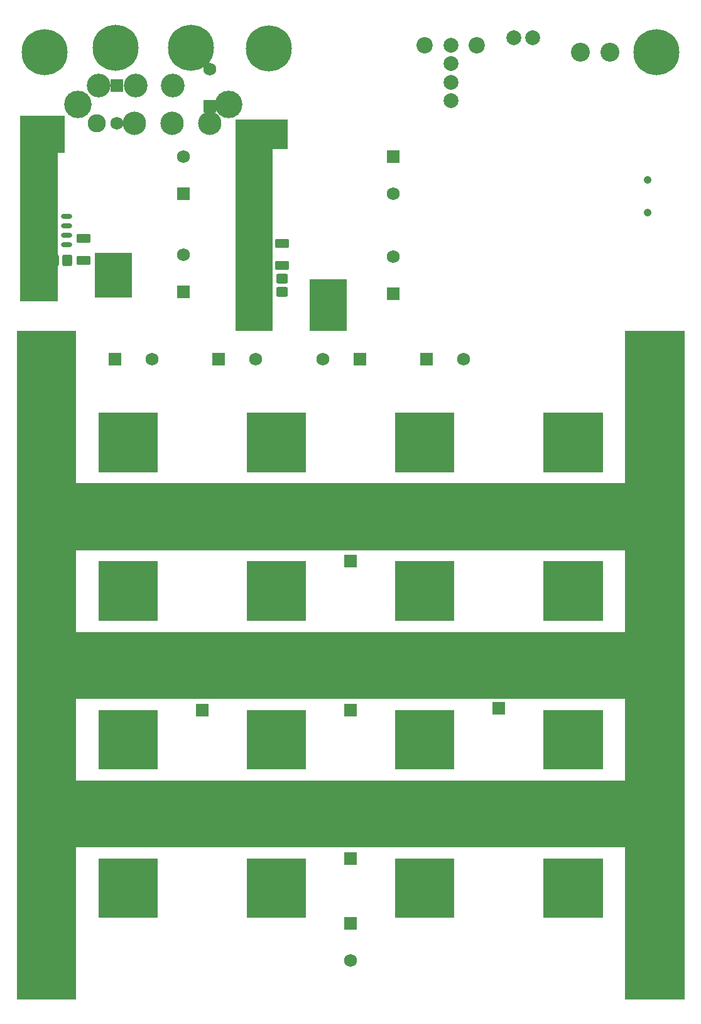
<source format=gbs>
%FSLAX44Y44*%
%MOMM*%
G71*
G01*
G75*
G04 Layer_Color=16711935*
G04:AMPARAMS|DCode=10|XSize=1mm|YSize=0.9mm|CornerRadius=0.198mm|HoleSize=0mm|Usage=FLASHONLY|Rotation=180.000|XOffset=0mm|YOffset=0mm|HoleType=Round|Shape=RoundedRectangle|*
%AMROUNDEDRECTD10*
21,1,1.0000,0.5040,0,0,180.0*
21,1,0.6040,0.9000,0,0,180.0*
1,1,0.3960,-0.3020,0.2520*
1,1,0.3960,0.3020,0.2520*
1,1,0.3960,0.3020,-0.2520*
1,1,0.3960,-0.3020,-0.2520*
%
%ADD10ROUNDEDRECTD10*%
G04:AMPARAMS|DCode=11|XSize=1mm|YSize=0.9mm|CornerRadius=0.198mm|HoleSize=0mm|Usage=FLASHONLY|Rotation=90.000|XOffset=0mm|YOffset=0mm|HoleType=Round|Shape=RoundedRectangle|*
%AMROUNDEDRECTD11*
21,1,1.0000,0.5040,0,0,90.0*
21,1,0.6040,0.9000,0,0,90.0*
1,1,0.3960,0.2520,0.3020*
1,1,0.3960,0.2520,-0.3020*
1,1,0.3960,-0.2520,-0.3020*
1,1,0.3960,-0.2520,0.3020*
%
%ADD11ROUNDEDRECTD11*%
G04:AMPARAMS|DCode=12|XSize=1mm|YSize=0.95mm|CornerRadius=0.1995mm|HoleSize=0mm|Usage=FLASHONLY|Rotation=90.000|XOffset=0mm|YOffset=0mm|HoleType=Round|Shape=RoundedRectangle|*
%AMROUNDEDRECTD12*
21,1,1.0000,0.5510,0,0,90.0*
21,1,0.6010,0.9500,0,0,90.0*
1,1,0.3990,0.2755,0.3005*
1,1,0.3990,0.2755,-0.3005*
1,1,0.3990,-0.2755,-0.3005*
1,1,0.3990,-0.2755,0.3005*
%
%ADD12ROUNDEDRECTD12*%
G04:AMPARAMS|DCode=13|XSize=1.45mm|YSize=1.15mm|CornerRadius=0.2013mm|HoleSize=0mm|Usage=FLASHONLY|Rotation=90.000|XOffset=0mm|YOffset=0mm|HoleType=Round|Shape=RoundedRectangle|*
%AMROUNDEDRECTD13*
21,1,1.4500,0.7475,0,0,90.0*
21,1,1.0475,1.1500,0,0,90.0*
1,1,0.4025,0.3738,0.5238*
1,1,0.4025,0.3738,-0.5238*
1,1,0.4025,-0.3738,-0.5238*
1,1,0.4025,-0.3738,0.5238*
%
%ADD13ROUNDEDRECTD13*%
G04:AMPARAMS|DCode=14|XSize=1.45mm|YSize=1.15mm|CornerRadius=0.2013mm|HoleSize=0mm|Usage=FLASHONLY|Rotation=180.000|XOffset=0mm|YOffset=0mm|HoleType=Round|Shape=RoundedRectangle|*
%AMROUNDEDRECTD14*
21,1,1.4500,0.7475,0,0,180.0*
21,1,1.0475,1.1500,0,0,180.0*
1,1,0.4025,-0.5238,0.3738*
1,1,0.4025,0.5238,0.3738*
1,1,0.4025,0.5238,-0.3738*
1,1,0.4025,-0.5238,-0.3738*
%
%ADD14ROUNDEDRECTD14*%
G04:AMPARAMS|DCode=15|XSize=6.4mm|YSize=10.5mm|CornerRadius=0.128mm|HoleSize=0mm|Usage=FLASHONLY|Rotation=90.000|XOffset=0mm|YOffset=0mm|HoleType=Round|Shape=RoundedRectangle|*
%AMROUNDEDRECTD15*
21,1,6.4000,10.2440,0,0,90.0*
21,1,6.1440,10.5000,0,0,90.0*
1,1,0.2560,5.1220,3.0720*
1,1,0.2560,5.1220,-3.0720*
1,1,0.2560,-5.1220,-3.0720*
1,1,0.2560,-5.1220,3.0720*
%
%ADD15ROUNDEDRECTD15*%
G04:AMPARAMS|DCode=16|XSize=3.95mm|YSize=1.5mm|CornerRadius=0.2475mm|HoleSize=0mm|Usage=FLASHONLY|Rotation=90.000|XOffset=0mm|YOffset=0mm|HoleType=Round|Shape=RoundedRectangle|*
%AMROUNDEDRECTD16*
21,1,3.9500,1.0050,0,0,90.0*
21,1,3.4550,1.5000,0,0,90.0*
1,1,0.4950,0.5025,1.7275*
1,1,0.4950,0.5025,-1.7275*
1,1,0.4950,-0.5025,-1.7275*
1,1,0.4950,-0.5025,1.7275*
%
%ADD16ROUNDEDRECTD16*%
G04:AMPARAMS|DCode=17|XSize=2.85mm|YSize=1mm|CornerRadius=0.2mm|HoleSize=0mm|Usage=FLASHONLY|Rotation=90.000|XOffset=0mm|YOffset=0mm|HoleType=Round|Shape=RoundedRectangle|*
%AMROUNDEDRECTD17*
21,1,2.8500,0.6000,0,0,90.0*
21,1,2.4500,1.0000,0,0,90.0*
1,1,0.4000,0.3000,1.2250*
1,1,0.4000,0.3000,-1.2250*
1,1,0.4000,-0.3000,-1.2250*
1,1,0.4000,-0.3000,1.2250*
%
%ADD17ROUNDEDRECTD17*%
G04:AMPARAMS|DCode=18|XSize=6.45mm|YSize=6mm|CornerRadius=0.21mm|HoleSize=0mm|Usage=FLASHONLY|Rotation=90.000|XOffset=0mm|YOffset=0mm|HoleType=Round|Shape=RoundedRectangle|*
%AMROUNDEDRECTD18*
21,1,6.4500,5.5800,0,0,90.0*
21,1,6.0300,6.0000,0,0,90.0*
1,1,0.4200,2.7900,3.0150*
1,1,0.4200,2.7900,-3.0150*
1,1,0.4200,-2.7900,-3.0150*
1,1,0.4200,-2.7900,3.0150*
%
%ADD18ROUNDEDRECTD18*%
%ADD19O,1.3500X0.5000*%
G04:AMPARAMS|DCode=20|XSize=3mm|YSize=1.65mm|CornerRadius=0.1073mm|HoleSize=0mm|Usage=FLASHONLY|Rotation=90.000|XOffset=0mm|YOffset=0mm|HoleType=Round|Shape=RoundedRectangle|*
%AMROUNDEDRECTD20*
21,1,3.0000,1.4355,0,0,90.0*
21,1,2.7855,1.6500,0,0,90.0*
1,1,0.2145,0.7178,1.3927*
1,1,0.2145,0.7178,-1.3927*
1,1,0.2145,-0.7178,-1.3927*
1,1,0.2145,-0.7178,1.3927*
%
%ADD20ROUNDEDRECTD20*%
G04:AMPARAMS|DCode=21|XSize=1mm|YSize=0.45mm|CornerRadius=0.1125mm|HoleSize=0mm|Usage=FLASHONLY|Rotation=0.000|XOffset=0mm|YOffset=0mm|HoleType=Round|Shape=RoundedRectangle|*
%AMROUNDEDRECTD21*
21,1,1.0000,0.2250,0,0,0.0*
21,1,0.7750,0.4500,0,0,0.0*
1,1,0.2250,0.3875,-0.1125*
1,1,0.2250,-0.3875,-0.1125*
1,1,0.2250,-0.3875,0.1125*
1,1,0.2250,0.3875,0.1125*
%
%ADD21ROUNDEDRECTD21*%
G04:AMPARAMS|DCode=22|XSize=0.7mm|YSize=0.25mm|CornerRadius=0.0838mm|HoleSize=0mm|Usage=FLASHONLY|Rotation=0.000|XOffset=0mm|YOffset=0mm|HoleType=Round|Shape=RoundedRectangle|*
%AMROUNDEDRECTD22*
21,1,0.7000,0.0825,0,0,0.0*
21,1,0.5325,0.2500,0,0,0.0*
1,1,0.1675,0.2662,-0.0413*
1,1,0.1675,-0.2662,-0.0413*
1,1,0.1675,-0.2662,0.0413*
1,1,0.1675,0.2662,0.0413*
%
%ADD22ROUNDEDRECTD22*%
G04:AMPARAMS|DCode=23|XSize=1.35mm|YSize=1.65mm|CornerRadius=0.27mm|HoleSize=0mm|Usage=FLASHONLY|Rotation=90.000|XOffset=0mm|YOffset=0mm|HoleType=Round|Shape=RoundedRectangle|*
%AMROUNDEDRECTD23*
21,1,1.3500,1.1100,0,0,90.0*
21,1,0.8100,1.6500,0,0,90.0*
1,1,0.5400,0.5550,0.4050*
1,1,0.5400,0.5550,-0.4050*
1,1,0.5400,-0.5550,-0.4050*
1,1,0.5400,-0.5550,0.4050*
%
%ADD23ROUNDEDRECTD23*%
G04:AMPARAMS|DCode=24|XSize=1.2mm|YSize=1.2mm|CornerRadius=0.198mm|HoleSize=0mm|Usage=FLASHONLY|Rotation=270.000|XOffset=0mm|YOffset=0mm|HoleType=Round|Shape=RoundedRectangle|*
%AMROUNDEDRECTD24*
21,1,1.2000,0.8040,0,0,270.0*
21,1,0.8040,1.2000,0,0,270.0*
1,1,0.3960,-0.4020,-0.4020*
1,1,0.3960,-0.4020,0.4020*
1,1,0.3960,0.4020,0.4020*
1,1,0.3960,0.4020,-0.4020*
%
%ADD24ROUNDEDRECTD24*%
G04:AMPARAMS|DCode=25|XSize=1.2mm|YSize=1.2mm|CornerRadius=0.198mm|HoleSize=0mm|Usage=FLASHONLY|Rotation=0.000|XOffset=0mm|YOffset=0mm|HoleType=Round|Shape=RoundedRectangle|*
%AMROUNDEDRECTD25*
21,1,1.2000,0.8040,0,0,0.0*
21,1,0.8040,1.2000,0,0,0.0*
1,1,0.3960,0.4020,-0.4020*
1,1,0.3960,-0.4020,-0.4020*
1,1,0.3960,-0.4020,0.4020*
1,1,0.3960,0.4020,0.4020*
%
%ADD25ROUNDEDRECTD25*%
G04:AMPARAMS|DCode=26|XSize=1.75mm|YSize=1.05mm|CornerRadius=0.1995mm|HoleSize=0mm|Usage=FLASHONLY|Rotation=270.000|XOffset=0mm|YOffset=0mm|HoleType=Round|Shape=RoundedRectangle|*
%AMROUNDEDRECTD26*
21,1,1.7500,0.6510,0,0,270.0*
21,1,1.3510,1.0500,0,0,270.0*
1,1,0.3990,-0.3255,-0.6755*
1,1,0.3990,-0.3255,0.6755*
1,1,0.3990,0.3255,0.6755*
1,1,0.3990,0.3255,-0.6755*
%
%ADD26ROUNDEDRECTD26*%
%ADD27O,0.5000X1.3500*%
G04:AMPARAMS|DCode=28|XSize=6.5mm|YSize=5mm|CornerRadius=0.25mm|HoleSize=0mm|Usage=FLASHONLY|Rotation=90.000|XOffset=0mm|YOffset=0mm|HoleType=Round|Shape=RoundedRectangle|*
%AMROUNDEDRECTD28*
21,1,6.5000,4.5000,0,0,90.0*
21,1,6.0000,5.0000,0,0,90.0*
1,1,0.5000,2.2500,3.0000*
1,1,0.5000,2.2500,-3.0000*
1,1,0.5000,-2.2500,-3.0000*
1,1,0.5000,-2.2500,3.0000*
%
%ADD28ROUNDEDRECTD28*%
G04:AMPARAMS|DCode=29|XSize=1.05mm|YSize=0.65mm|CornerRadius=0.2015mm|HoleSize=0mm|Usage=FLASHONLY|Rotation=180.000|XOffset=0mm|YOffset=0mm|HoleType=Round|Shape=RoundedRectangle|*
%AMROUNDEDRECTD29*
21,1,1.0500,0.2470,0,0,180.0*
21,1,0.6470,0.6500,0,0,180.0*
1,1,0.4030,-0.3235,0.1235*
1,1,0.4030,0.3235,0.1235*
1,1,0.4030,0.3235,-0.1235*
1,1,0.4030,-0.3235,-0.1235*
%
%ADD29ROUNDEDRECTD29*%
G04:AMPARAMS|DCode=30|XSize=1mm|YSize=0.95mm|CornerRadius=0.1995mm|HoleSize=0mm|Usage=FLASHONLY|Rotation=0.000|XOffset=0mm|YOffset=0mm|HoleType=Round|Shape=RoundedRectangle|*
%AMROUNDEDRECTD30*
21,1,1.0000,0.5510,0,0,0.0*
21,1,0.6010,0.9500,0,0,0.0*
1,1,0.3990,0.3005,-0.2755*
1,1,0.3990,-0.3005,-0.2755*
1,1,0.3990,-0.3005,0.2755*
1,1,0.3990,0.3005,0.2755*
%
%ADD30ROUNDEDRECTD30*%
%ADD31C,0.4000*%
%ADD32C,0.0500*%
G04:AMPARAMS|DCode=33|XSize=2.3mm|YSize=0.5mm|CornerRadius=0.2mm|HoleSize=0mm|Usage=FLASHONLY|Rotation=180.000|XOffset=0mm|YOffset=0mm|HoleType=Round|Shape=RoundedRectangle|*
%AMROUNDEDRECTD33*
21,1,2.3000,0.1000,0,0,180.0*
21,1,1.9000,0.5000,0,0,180.0*
1,1,0.4000,-0.9500,0.0500*
1,1,0.4000,0.9500,0.0500*
1,1,0.4000,0.9500,-0.0500*
1,1,0.4000,-0.9500,-0.0500*
%
%ADD33ROUNDEDRECTD33*%
G04:AMPARAMS|DCode=34|XSize=2.5mm|YSize=2mm|CornerRadius=0.2mm|HoleSize=0mm|Usage=FLASHONLY|Rotation=180.000|XOffset=0mm|YOffset=0mm|HoleType=Round|Shape=RoundedRectangle|*
%AMROUNDEDRECTD34*
21,1,2.5000,1.6000,0,0,180.0*
21,1,2.1000,2.0000,0,0,180.0*
1,1,0.4000,-1.0500,0.8000*
1,1,0.4000,1.0500,0.8000*
1,1,0.4000,1.0500,-0.8000*
1,1,0.4000,-1.0500,-0.8000*
%
%ADD34ROUNDEDRECTD34*%
G04:AMPARAMS|DCode=35|XSize=1.1mm|YSize=0.6mm|CornerRadius=0.201mm|HoleSize=0mm|Usage=FLASHONLY|Rotation=270.000|XOffset=0mm|YOffset=0mm|HoleType=Round|Shape=RoundedRectangle|*
%AMROUNDEDRECTD35*
21,1,1.1000,0.1980,0,0,270.0*
21,1,0.6980,0.6000,0,0,270.0*
1,1,0.4020,-0.0990,-0.3490*
1,1,0.4020,-0.0990,0.3490*
1,1,0.4020,0.0990,0.3490*
1,1,0.4020,0.0990,-0.3490*
%
%ADD35ROUNDEDRECTD35*%
%ADD36C,1.0000*%
%ADD37O,0.3000X1.5000*%
%ADD38O,1.5000X0.3000*%
G04:AMPARAMS|DCode=39|XSize=4.9mm|YSize=1.6mm|CornerRadius=0.2mm|HoleSize=0mm|Usage=FLASHONLY|Rotation=180.000|XOffset=0mm|YOffset=0mm|HoleType=Round|Shape=RoundedRectangle|*
%AMROUNDEDRECTD39*
21,1,4.9000,1.2000,0,0,180.0*
21,1,4.5000,1.6000,0,0,180.0*
1,1,0.4000,-2.2500,0.6000*
1,1,0.4000,2.2500,0.6000*
1,1,0.4000,2.2500,-0.6000*
1,1,0.4000,-2.2500,-0.6000*
%
%ADD39ROUNDEDRECTD39*%
%ADD40R,1.3000X1.3000*%
%ADD41C,1.3000*%
%ADD42O,1.5500X0.6000*%
G04:AMPARAMS|DCode=43|XSize=1.75mm|YSize=1.05mm|CornerRadius=0.1995mm|HoleSize=0mm|Usage=FLASHONLY|Rotation=0.000|XOffset=0mm|YOffset=0mm|HoleType=Round|Shape=RoundedRectangle|*
%AMROUNDEDRECTD43*
21,1,1.7500,0.6510,0,0,0.0*
21,1,1.3510,1.0500,0,0,0.0*
1,1,0.3990,0.6755,-0.3255*
1,1,0.3990,-0.6755,-0.3255*
1,1,0.3990,-0.6755,0.3255*
1,1,0.3990,0.6755,0.3255*
%
%ADD43ROUNDEDRECTD43*%
%ADD44C,0.6000*%
%ADD45O,0.6000X1.5500*%
%ADD46C,0.2500*%
%ADD47C,0.6000*%
%ADD48C,0.5000*%
%ADD49C,0.5500*%
%ADD50C,0.4000*%
%ADD51C,0.4500*%
%ADD52C,0.8000*%
%ADD53C,1.0000*%
%ADD54C,0.2540*%
%ADD55C,1.6000*%
%ADD56R,1.6000X1.6000*%
%ADD57C,6.0000*%
%ADD58C,2.3000*%
%ADD59C,3.0000*%
%ADD60C,3.5000*%
%ADD61C,1.8500*%
%ADD62C,2.4000*%
%ADD63C,0.5000*%
%ADD64C,2.0000*%
%ADD65R,1.6000X1.6000*%
%ADD66C,0.3000*%
%ADD67C,2.0000*%
%ADD68C,1.8000*%
%ADD69C,0.7000*%
%ADD70C,0.0000*%
G04:AMPARAMS|DCode=71|XSize=1.15mm|YSize=1.05mm|CornerRadius=0.273mm|HoleSize=0mm|Usage=FLASHONLY|Rotation=180.000|XOffset=0mm|YOffset=0mm|HoleType=Round|Shape=RoundedRectangle|*
%AMROUNDEDRECTD71*
21,1,1.1500,0.5040,0,0,180.0*
21,1,0.6040,1.0500,0,0,180.0*
1,1,0.5460,-0.3020,0.2520*
1,1,0.5460,0.3020,0.2520*
1,1,0.5460,0.3020,-0.2520*
1,1,0.5460,-0.3020,-0.2520*
%
%ADD71ROUNDEDRECTD71*%
G04:AMPARAMS|DCode=72|XSize=1.15mm|YSize=1.05mm|CornerRadius=0.273mm|HoleSize=0mm|Usage=FLASHONLY|Rotation=90.000|XOffset=0mm|YOffset=0mm|HoleType=Round|Shape=RoundedRectangle|*
%AMROUNDEDRECTD72*
21,1,1.1500,0.5040,0,0,90.0*
21,1,0.6040,1.0500,0,0,90.0*
1,1,0.5460,0.2520,0.3020*
1,1,0.5460,0.2520,-0.3020*
1,1,0.5460,-0.2520,-0.3020*
1,1,0.5460,-0.2520,0.3020*
%
%ADD72ROUNDEDRECTD72*%
G04:AMPARAMS|DCode=73|XSize=1.15mm|YSize=1.1mm|CornerRadius=0.2745mm|HoleSize=0mm|Usage=FLASHONLY|Rotation=90.000|XOffset=0mm|YOffset=0mm|HoleType=Round|Shape=RoundedRectangle|*
%AMROUNDEDRECTD73*
21,1,1.1500,0.5510,0,0,90.0*
21,1,0.6010,1.1000,0,0,90.0*
1,1,0.5490,0.2755,0.3005*
1,1,0.5490,0.2755,-0.3005*
1,1,0.5490,-0.2755,-0.3005*
1,1,0.5490,-0.2755,0.3005*
%
%ADD73ROUNDEDRECTD73*%
G04:AMPARAMS|DCode=74|XSize=1.6mm|YSize=1.3mm|CornerRadius=0.2763mm|HoleSize=0mm|Usage=FLASHONLY|Rotation=90.000|XOffset=0mm|YOffset=0mm|HoleType=Round|Shape=RoundedRectangle|*
%AMROUNDEDRECTD74*
21,1,1.6000,0.7475,0,0,90.0*
21,1,1.0475,1.3000,0,0,90.0*
1,1,0.5525,0.3738,0.5238*
1,1,0.5525,0.3738,-0.5238*
1,1,0.5525,-0.3738,-0.5238*
1,1,0.5525,-0.3738,0.5238*
%
%ADD74ROUNDEDRECTD74*%
G04:AMPARAMS|DCode=75|XSize=1.6mm|YSize=1.3mm|CornerRadius=0.2763mm|HoleSize=0mm|Usage=FLASHONLY|Rotation=180.000|XOffset=0mm|YOffset=0mm|HoleType=Round|Shape=RoundedRectangle|*
%AMROUNDEDRECTD75*
21,1,1.6000,0.7475,0,0,180.0*
21,1,1.0475,1.3000,0,0,180.0*
1,1,0.5525,-0.5238,0.3738*
1,1,0.5525,0.5238,0.3738*
1,1,0.5525,0.5238,-0.3738*
1,1,0.5525,-0.5238,-0.3738*
%
%ADD75ROUNDEDRECTD75*%
G04:AMPARAMS|DCode=76|XSize=6.55mm|YSize=10.65mm|CornerRadius=0.203mm|HoleSize=0mm|Usage=FLASHONLY|Rotation=90.000|XOffset=0mm|YOffset=0mm|HoleType=Round|Shape=RoundedRectangle|*
%AMROUNDEDRECTD76*
21,1,6.5500,10.2440,0,0,90.0*
21,1,6.1440,10.6500,0,0,90.0*
1,1,0.4060,5.1220,3.0720*
1,1,0.4060,5.1220,-3.0720*
1,1,0.4060,-5.1220,-3.0720*
1,1,0.4060,-5.1220,3.0720*
%
%ADD76ROUNDEDRECTD76*%
G04:AMPARAMS|DCode=77|XSize=4.1mm|YSize=1.65mm|CornerRadius=0.3225mm|HoleSize=0mm|Usage=FLASHONLY|Rotation=90.000|XOffset=0mm|YOffset=0mm|HoleType=Round|Shape=RoundedRectangle|*
%AMROUNDEDRECTD77*
21,1,4.1000,1.0050,0,0,90.0*
21,1,3.4550,1.6500,0,0,90.0*
1,1,0.6450,0.5025,1.7275*
1,1,0.6450,0.5025,-1.7275*
1,1,0.6450,-0.5025,-1.7275*
1,1,0.6450,-0.5025,1.7275*
%
%ADD77ROUNDEDRECTD77*%
G04:AMPARAMS|DCode=78|XSize=3mm|YSize=1.15mm|CornerRadius=0.275mm|HoleSize=0mm|Usage=FLASHONLY|Rotation=90.000|XOffset=0mm|YOffset=0mm|HoleType=Round|Shape=RoundedRectangle|*
%AMROUNDEDRECTD78*
21,1,3.0000,0.6000,0,0,90.0*
21,1,2.4500,1.1500,0,0,90.0*
1,1,0.5500,0.3000,1.2250*
1,1,0.5500,0.3000,-1.2250*
1,1,0.5500,-0.3000,-1.2250*
1,1,0.5500,-0.3000,1.2250*
%
%ADD78ROUNDEDRECTD78*%
G04:AMPARAMS|DCode=79|XSize=6.6mm|YSize=6.15mm|CornerRadius=0.285mm|HoleSize=0mm|Usage=FLASHONLY|Rotation=90.000|XOffset=0mm|YOffset=0mm|HoleType=Round|Shape=RoundedRectangle|*
%AMROUNDEDRECTD79*
21,1,6.6000,5.5800,0,0,90.0*
21,1,6.0300,6.1500,0,0,90.0*
1,1,0.5700,2.7900,3.0150*
1,1,0.5700,2.7900,-3.0150*
1,1,0.5700,-2.7900,-3.0150*
1,1,0.5700,-2.7900,3.0150*
%
%ADD79ROUNDEDRECTD79*%
%ADD80O,1.5000X0.6500*%
G04:AMPARAMS|DCode=81|XSize=3.15mm|YSize=1.8mm|CornerRadius=0.1823mm|HoleSize=0mm|Usage=FLASHONLY|Rotation=90.000|XOffset=0mm|YOffset=0mm|HoleType=Round|Shape=RoundedRectangle|*
%AMROUNDEDRECTD81*
21,1,3.1500,1.4355,0,0,90.0*
21,1,2.7855,1.8000,0,0,90.0*
1,1,0.3645,0.7178,1.3927*
1,1,0.3645,0.7178,-1.3927*
1,1,0.3645,-0.7178,-1.3927*
1,1,0.3645,-0.7178,1.3927*
%
%ADD81ROUNDEDRECTD81*%
G04:AMPARAMS|DCode=82|XSize=1.1mm|YSize=0.55mm|CornerRadius=0.1625mm|HoleSize=0mm|Usage=FLASHONLY|Rotation=0.000|XOffset=0mm|YOffset=0mm|HoleType=Round|Shape=RoundedRectangle|*
%AMROUNDEDRECTD82*
21,1,1.1000,0.2250,0,0,0.0*
21,1,0.7750,0.5500,0,0,0.0*
1,1,0.3250,0.3875,-0.1125*
1,1,0.3250,-0.3875,-0.1125*
1,1,0.3250,-0.3875,0.1125*
1,1,0.3250,0.3875,0.1125*
%
%ADD82ROUNDEDRECTD82*%
G04:AMPARAMS|DCode=83|XSize=0.8mm|YSize=0.35mm|CornerRadius=0.1338mm|HoleSize=0mm|Usage=FLASHONLY|Rotation=0.000|XOffset=0mm|YOffset=0mm|HoleType=Round|Shape=RoundedRectangle|*
%AMROUNDEDRECTD83*
21,1,0.8000,0.0825,0,0,0.0*
21,1,0.5325,0.3500,0,0,0.0*
1,1,0.2675,0.2662,-0.0413*
1,1,0.2675,-0.2662,-0.0413*
1,1,0.2675,-0.2662,0.0413*
1,1,0.2675,0.2662,0.0413*
%
%ADD83ROUNDEDRECTD83*%
G04:AMPARAMS|DCode=84|XSize=1.5mm|YSize=1.8mm|CornerRadius=0.345mm|HoleSize=0mm|Usage=FLASHONLY|Rotation=90.000|XOffset=0mm|YOffset=0mm|HoleType=Round|Shape=RoundedRectangle|*
%AMROUNDEDRECTD84*
21,1,1.5000,1.1100,0,0,90.0*
21,1,0.8100,1.8000,0,0,90.0*
1,1,0.6900,0.5550,0.4050*
1,1,0.6900,0.5550,-0.4050*
1,1,0.6900,-0.5550,-0.4050*
1,1,0.6900,-0.5550,0.4050*
%
%ADD84ROUNDEDRECTD84*%
G04:AMPARAMS|DCode=85|XSize=1.35mm|YSize=1.35mm|CornerRadius=0.273mm|HoleSize=0mm|Usage=FLASHONLY|Rotation=270.000|XOffset=0mm|YOffset=0mm|HoleType=Round|Shape=RoundedRectangle|*
%AMROUNDEDRECTD85*
21,1,1.3500,0.8040,0,0,270.0*
21,1,0.8040,1.3500,0,0,270.0*
1,1,0.5460,-0.4020,-0.4020*
1,1,0.5460,-0.4020,0.4020*
1,1,0.5460,0.4020,0.4020*
1,1,0.5460,0.4020,-0.4020*
%
%ADD85ROUNDEDRECTD85*%
G04:AMPARAMS|DCode=86|XSize=1.35mm|YSize=1.35mm|CornerRadius=0.273mm|HoleSize=0mm|Usage=FLASHONLY|Rotation=0.000|XOffset=0mm|YOffset=0mm|HoleType=Round|Shape=RoundedRectangle|*
%AMROUNDEDRECTD86*
21,1,1.3500,0.8040,0,0,0.0*
21,1,0.8040,1.3500,0,0,0.0*
1,1,0.5460,0.4020,-0.4020*
1,1,0.5460,-0.4020,-0.4020*
1,1,0.5460,-0.4020,0.4020*
1,1,0.5460,0.4020,0.4020*
%
%ADD86ROUNDEDRECTD86*%
G04:AMPARAMS|DCode=87|XSize=1.9mm|YSize=1.2mm|CornerRadius=0.2745mm|HoleSize=0mm|Usage=FLASHONLY|Rotation=270.000|XOffset=0mm|YOffset=0mm|HoleType=Round|Shape=RoundedRectangle|*
%AMROUNDEDRECTD87*
21,1,1.9000,0.6510,0,0,270.0*
21,1,1.3510,1.2000,0,0,270.0*
1,1,0.5490,-0.3255,-0.6755*
1,1,0.5490,-0.3255,0.6755*
1,1,0.5490,0.3255,0.6755*
1,1,0.5490,0.3255,-0.6755*
%
%ADD87ROUNDEDRECTD87*%
%ADD88O,0.6500X1.5000*%
G04:AMPARAMS|DCode=89|XSize=6.65mm|YSize=5.15mm|CornerRadius=0.325mm|HoleSize=0mm|Usage=FLASHONLY|Rotation=90.000|XOffset=0mm|YOffset=0mm|HoleType=Round|Shape=RoundedRectangle|*
%AMROUNDEDRECTD89*
21,1,6.6500,4.5000,0,0,90.0*
21,1,6.0000,5.1500,0,0,90.0*
1,1,0.6500,2.2500,3.0000*
1,1,0.6500,2.2500,-3.0000*
1,1,0.6500,-2.2500,-3.0000*
1,1,0.6500,-2.2500,3.0000*
%
%ADD89ROUNDEDRECTD89*%
G04:AMPARAMS|DCode=90|XSize=1.2mm|YSize=0.8mm|CornerRadius=0.2765mm|HoleSize=0mm|Usage=FLASHONLY|Rotation=180.000|XOffset=0mm|YOffset=0mm|HoleType=Round|Shape=RoundedRectangle|*
%AMROUNDEDRECTD90*
21,1,1.2000,0.2470,0,0,180.0*
21,1,0.6470,0.8000,0,0,180.0*
1,1,0.5530,-0.3235,0.1235*
1,1,0.5530,0.3235,0.1235*
1,1,0.5530,0.3235,-0.1235*
1,1,0.5530,-0.3235,-0.1235*
%
%ADD90ROUNDEDRECTD90*%
G04:AMPARAMS|DCode=91|XSize=1.15mm|YSize=1.1mm|CornerRadius=0.2745mm|HoleSize=0mm|Usage=FLASHONLY|Rotation=0.000|XOffset=0mm|YOffset=0mm|HoleType=Round|Shape=RoundedRectangle|*
%AMROUNDEDRECTD91*
21,1,1.1500,0.5510,0,0,0.0*
21,1,0.6010,1.1000,0,0,0.0*
1,1,0.5490,0.3005,-0.2755*
1,1,0.5490,-0.3005,-0.2755*
1,1,0.5490,-0.3005,0.2755*
1,1,0.5490,0.3005,0.2755*
%
%ADD91ROUNDEDRECTD91*%
%ADD92C,0.2500*%
G04:AMPARAMS|DCode=93|XSize=2.45mm|YSize=0.65mm|CornerRadius=0.275mm|HoleSize=0mm|Usage=FLASHONLY|Rotation=180.000|XOffset=0mm|YOffset=0mm|HoleType=Round|Shape=RoundedRectangle|*
%AMROUNDEDRECTD93*
21,1,2.4500,0.1000,0,0,180.0*
21,1,1.9000,0.6500,0,0,180.0*
1,1,0.5500,-0.9500,0.0500*
1,1,0.5500,0.9500,0.0500*
1,1,0.5500,0.9500,-0.0500*
1,1,0.5500,-0.9500,-0.0500*
%
%ADD93ROUNDEDRECTD93*%
G04:AMPARAMS|DCode=94|XSize=2.65mm|YSize=2.15mm|CornerRadius=0.275mm|HoleSize=0mm|Usage=FLASHONLY|Rotation=180.000|XOffset=0mm|YOffset=0mm|HoleType=Round|Shape=RoundedRectangle|*
%AMROUNDEDRECTD94*
21,1,2.6500,1.6000,0,0,180.0*
21,1,2.1000,2.1500,0,0,180.0*
1,1,0.5500,-1.0500,0.8000*
1,1,0.5500,1.0500,0.8000*
1,1,0.5500,1.0500,-0.8000*
1,1,0.5500,-1.0500,-0.8000*
%
%ADD94ROUNDEDRECTD94*%
G04:AMPARAMS|DCode=95|XSize=1.25mm|YSize=0.75mm|CornerRadius=0.276mm|HoleSize=0mm|Usage=FLASHONLY|Rotation=270.000|XOffset=0mm|YOffset=0mm|HoleType=Round|Shape=RoundedRectangle|*
%AMROUNDEDRECTD95*
21,1,1.2500,0.1980,0,0,270.0*
21,1,0.6980,0.7500,0,0,270.0*
1,1,0.5520,-0.0990,-0.3490*
1,1,0.5520,-0.0990,0.3490*
1,1,0.5520,0.0990,0.3490*
1,1,0.5520,0.0990,-0.3490*
%
%ADD95ROUNDEDRECTD95*%
%ADD96C,2.0000*%
%ADD97O,0.4000X1.6000*%
%ADD98O,1.6000X0.4000*%
G04:AMPARAMS|DCode=99|XSize=5.05mm|YSize=1.75mm|CornerRadius=0.275mm|HoleSize=0mm|Usage=FLASHONLY|Rotation=180.000|XOffset=0mm|YOffset=0mm|HoleType=Round|Shape=RoundedRectangle|*
%AMROUNDEDRECTD99*
21,1,5.0500,1.2000,0,0,180.0*
21,1,4.5000,1.7500,0,0,180.0*
1,1,0.5500,-2.2500,0.6000*
1,1,0.5500,2.2500,0.6000*
1,1,0.5500,2.2500,-0.6000*
1,1,0.5500,-2.2500,-0.6000*
%
%ADD99ROUNDEDRECTD99*%
%ADD100R,1.5000X1.5000*%
%ADD101C,1.5000*%
%ADD102O,1.7000X0.7500*%
G04:AMPARAMS|DCode=103|XSize=1.9mm|YSize=1.2mm|CornerRadius=0.2745mm|HoleSize=0mm|Usage=FLASHONLY|Rotation=0.000|XOffset=0mm|YOffset=0mm|HoleType=Round|Shape=RoundedRectangle|*
%AMROUNDEDRECTD103*
21,1,1.9000,0.6510,0,0,0.0*
21,1,1.3510,1.2000,0,0,0.0*
1,1,0.5490,0.6755,-0.3255*
1,1,0.5490,-0.6755,-0.3255*
1,1,0.5490,-0.6755,0.3255*
1,1,0.5490,0.6755,0.3255*
%
%ADD103ROUNDEDRECTD103*%
%ADD104C,0.8000*%
%ADD105O,0.7500X1.7000*%
%ADD106C,1.7500*%
%ADD107R,1.7500X1.7500*%
%ADD108C,6.2000*%
%ADD109C,2.4500*%
%ADD110C,3.1500*%
%ADD111C,3.7000*%
%ADD112C,2.5500*%
%ADD113C,1.0500*%
%ADD114C,2.2000*%
%ADD115C,3.2000*%
%ADD116R,1.7500X1.7500*%
G36*
X540000Y360000D02*
X460000D01*
Y440000D01*
X540000D01*
Y360000D01*
D02*
G37*
G36*
X1250000Y250000D02*
X1170000D01*
Y455000D01*
X430000D01*
Y250000D01*
X350000D01*
Y455000D01*
Y545000D01*
Y655000D01*
Y745000D01*
Y855000D01*
Y945000D01*
Y1150000D01*
X430000D01*
Y945000D01*
X1170000D01*
Y1150000D01*
X1250000D01*
Y250000D01*
D02*
G37*
G36*
X540000Y960000D02*
X460000D01*
Y1040000D01*
X540000D01*
Y960000D01*
D02*
G37*
G36*
X1140000Y360000D02*
X1060000D01*
Y440000D01*
X1140000D01*
Y360000D01*
D02*
G37*
G36*
X940000D02*
X860000D01*
Y440000D01*
X940000D01*
Y360000D01*
D02*
G37*
G36*
X740000D02*
X660000D01*
Y440000D01*
X740000D01*
Y360000D01*
D02*
G37*
G36*
Y960000D02*
X660000D01*
Y1040000D01*
X740000D01*
Y960000D01*
D02*
G37*
G36*
X795000Y1150000D02*
X745000D01*
X745000Y1220000D01*
X795000D01*
X795000Y1150000D01*
D02*
G37*
G36*
X415000Y1390000D02*
X405000D01*
Y1190000D01*
X355000D01*
Y1390000D01*
Y1440000D01*
X415000D01*
Y1390000D01*
D02*
G37*
G36*
X505000Y1195000D02*
X455000D01*
Y1255000D01*
X505000D01*
Y1195000D01*
D02*
G37*
G36*
X940000Y960000D02*
X860000D01*
Y1040000D01*
X940000D01*
Y960000D01*
D02*
G37*
G36*
X1140000D02*
X1060000D01*
Y1040000D01*
X1140000D01*
Y960000D01*
D02*
G37*
G36*
X715000Y1395000D02*
X695000D01*
X695000Y1350000D01*
Y1150000D01*
X645000D01*
Y1350000D01*
Y1395000D01*
Y1435000D01*
X715000D01*
Y1395000D01*
D02*
G37*
%LPC*%
G36*
X1170000Y655000D02*
X430000D01*
Y545000D01*
X1170000D01*
Y655000D01*
D02*
G37*
G36*
Y855000D02*
X430000D01*
Y745000D01*
X1170000D01*
Y855000D01*
D02*
G37*
%LPD*%
G36*
X540000Y560000D02*
X460000D01*
Y640000D01*
X540000D01*
Y560000D01*
D02*
G37*
G36*
X740000D02*
X660000D01*
Y640000D01*
X740000D01*
Y560000D01*
D02*
G37*
G36*
Y760000D02*
X660000D01*
Y840000D01*
X740000D01*
Y760000D01*
D02*
G37*
G36*
X940000D02*
X860000D01*
Y840000D01*
X940000D01*
Y760000D01*
D02*
G37*
G36*
X1140000D02*
X1060000D01*
Y840000D01*
X1140000D01*
Y760000D01*
D02*
G37*
G36*
X940000Y560000D02*
X860000D01*
Y640000D01*
X940000D01*
Y560000D01*
D02*
G37*
G36*
X1140000D02*
X1060000D01*
Y640000D01*
X1140000D01*
Y560000D01*
D02*
G37*
G36*
X540000Y760000D02*
X460000D01*
Y840000D01*
X540000D01*
Y760000D01*
D02*
G37*
D64*
X935000Y1460000D02*
D03*
Y1485000D02*
D03*
Y1510000D02*
D03*
Y1535000D02*
D03*
X1045400Y1545000D02*
D03*
X1020000D02*
D03*
D74*
X417999Y1244999D02*
D03*
X399999D02*
D03*
D75*
X707500Y1220750D02*
D03*
Y1202750D02*
D03*
D80*
X417499Y1304049D02*
D03*
Y1291349D02*
D03*
Y1278649D02*
D03*
Y1265949D02*
D03*
X362499D02*
D03*
Y1278649D02*
D03*
Y1291349D02*
D03*
Y1304049D02*
D03*
D103*
X707500Y1238000D02*
D03*
Y1268000D02*
D03*
X440000Y1245000D02*
D03*
Y1275000D02*
D03*
D104*
X718655Y418750D02*
D03*
X704000Y403706D02*
D03*
X711345Y396250D02*
D03*
X718801Y403655D02*
D03*
X718853Y396199D02*
D03*
X718801Y411147D02*
D03*
X711294Y403706D02*
D03*
Y411199D02*
D03*
X711147Y418801D02*
D03*
X704000Y411199D02*
D03*
X703853Y418801D02*
D03*
X688801Y403706D02*
D03*
X696294D02*
D03*
Y411199D02*
D03*
X696147Y418801D02*
D03*
X688801Y411199D02*
D03*
X681294Y403706D02*
D03*
X688655Y418801D02*
D03*
X681294Y411199D02*
D03*
X481345Y381250D02*
D03*
X481199Y388853D02*
D03*
Y396345D02*
D03*
X481147Y403801D02*
D03*
X481199Y411345D02*
D03*
X481147Y418853D02*
D03*
X488655Y418801D02*
D03*
X488706Y411294D02*
D03*
X488655Y403750D02*
D03*
X488706Y396294D02*
D03*
Y388801D02*
D03*
X488853Y381199D02*
D03*
X495949Y418801D02*
D03*
X496000Y411294D02*
D03*
X495949Y403750D02*
D03*
X496000Y396294D02*
D03*
Y388801D02*
D03*
X496147Y381199D02*
D03*
X503655Y418801D02*
D03*
X503706Y411294D02*
D03*
X503655Y403750D02*
D03*
X503706Y396294D02*
D03*
Y388801D02*
D03*
X503853Y381199D02*
D03*
X511147Y418801D02*
D03*
X511199Y411294D02*
D03*
X511147Y403750D02*
D03*
X511199Y396294D02*
D03*
Y388801D02*
D03*
X511345Y381199D02*
D03*
X518655Y418801D02*
D03*
X518706Y411294D02*
D03*
X518655Y403750D02*
D03*
X518706Y396294D02*
D03*
Y388801D02*
D03*
X518853Y381199D02*
D03*
Y581199D02*
D03*
X518706Y588801D02*
D03*
Y596294D02*
D03*
X518655Y603750D02*
D03*
X518706Y611294D02*
D03*
X518655Y618801D02*
D03*
X511345Y581199D02*
D03*
X511199Y588801D02*
D03*
Y596294D02*
D03*
X511147Y603750D02*
D03*
X511199Y611294D02*
D03*
X511147Y618801D02*
D03*
X503853Y581199D02*
D03*
X503706Y588801D02*
D03*
Y596294D02*
D03*
X503655Y603750D02*
D03*
X503706Y611294D02*
D03*
X503655Y618801D02*
D03*
X496147Y581199D02*
D03*
X496000Y588801D02*
D03*
Y596294D02*
D03*
X495949Y603750D02*
D03*
X496000Y611294D02*
D03*
X495949Y618801D02*
D03*
X488853Y581199D02*
D03*
X488706Y588801D02*
D03*
Y596294D02*
D03*
X488655Y603750D02*
D03*
X488706Y611294D02*
D03*
X488655Y618801D02*
D03*
X481147Y618853D02*
D03*
X481199Y611345D02*
D03*
X481147Y603801D02*
D03*
X481199Y596345D02*
D03*
Y588853D02*
D03*
X481345Y581250D02*
D03*
Y781250D02*
D03*
X481199Y788853D02*
D03*
Y796345D02*
D03*
X481147Y803801D02*
D03*
X481199Y811345D02*
D03*
X481147Y818853D02*
D03*
X488655Y818801D02*
D03*
X488706Y811294D02*
D03*
X488655Y803750D02*
D03*
X488706Y796294D02*
D03*
Y788801D02*
D03*
X488853Y781199D02*
D03*
X495949Y818801D02*
D03*
X496000Y811294D02*
D03*
X495949Y803750D02*
D03*
X496000Y796294D02*
D03*
Y788801D02*
D03*
X496147Y781199D02*
D03*
X503655Y818801D02*
D03*
X503706Y811294D02*
D03*
X503655Y803750D02*
D03*
X503706Y796294D02*
D03*
Y788801D02*
D03*
X503853Y781199D02*
D03*
X511147Y818801D02*
D03*
X511199Y811294D02*
D03*
X511147Y803750D02*
D03*
X511199Y796294D02*
D03*
Y788801D02*
D03*
X511345Y781199D02*
D03*
X518655Y818801D02*
D03*
X518706Y811294D02*
D03*
X518655Y803750D02*
D03*
X518706Y796294D02*
D03*
Y788801D02*
D03*
X518853Y781199D02*
D03*
X1081147Y618801D02*
D03*
X1081294Y611199D02*
D03*
Y603706D02*
D03*
X1081345Y596250D02*
D03*
X1081294Y588706D02*
D03*
X1081345Y581199D02*
D03*
X1088655Y618801D02*
D03*
X1088801Y611199D02*
D03*
Y603706D02*
D03*
X1088853Y596250D02*
D03*
X1088801Y588706D02*
D03*
X1088853Y581199D02*
D03*
X1096147Y618801D02*
D03*
X1096294Y611199D02*
D03*
Y603706D02*
D03*
X1096345Y596250D02*
D03*
X1096294Y588706D02*
D03*
X1096345Y581199D02*
D03*
X1103853Y618801D02*
D03*
X1104000Y611199D02*
D03*
Y603706D02*
D03*
X1104051Y596250D02*
D03*
X1104000Y588706D02*
D03*
X1104051Y581199D02*
D03*
X1111147Y618801D02*
D03*
X1111294Y611199D02*
D03*
Y603706D02*
D03*
X1111345Y596250D02*
D03*
X1111294Y588706D02*
D03*
X1111345Y581199D02*
D03*
X1118853Y581147D02*
D03*
X1118801Y588655D02*
D03*
X1118853Y596199D02*
D03*
X1118801Y603655D02*
D03*
Y611147D02*
D03*
X1118655Y618750D02*
D03*
Y818750D02*
D03*
X1118801Y811147D02*
D03*
Y803655D02*
D03*
X1118853Y796199D02*
D03*
X1118801Y788655D02*
D03*
X1118853Y781147D02*
D03*
X1111345Y781199D02*
D03*
X1111294Y788706D02*
D03*
X1111345Y796250D02*
D03*
X1111294Y803706D02*
D03*
Y811199D02*
D03*
X1111147Y818801D02*
D03*
X1104051Y781199D02*
D03*
X1104000Y788706D02*
D03*
X1104051Y796250D02*
D03*
X1104000Y803706D02*
D03*
Y811199D02*
D03*
X1103853Y818801D02*
D03*
X1096345Y781199D02*
D03*
X1096294Y788706D02*
D03*
X1096345Y796250D02*
D03*
X1096294Y803706D02*
D03*
Y811199D02*
D03*
X1096147Y818801D02*
D03*
X1088853Y781199D02*
D03*
X1088801Y788706D02*
D03*
X1088853Y796250D02*
D03*
X1088801Y803706D02*
D03*
Y811199D02*
D03*
X1088655Y818801D02*
D03*
X1081345Y781199D02*
D03*
X1081294Y788706D02*
D03*
X1081345Y796250D02*
D03*
X1081294Y803706D02*
D03*
Y811199D02*
D03*
X1081147Y818801D02*
D03*
X1118655Y1018750D02*
D03*
X1118801Y1011147D02*
D03*
Y1003655D02*
D03*
X1118853Y996199D02*
D03*
X1118801Y988655D02*
D03*
X1118853Y981147D02*
D03*
X1111345Y981199D02*
D03*
X1111294Y988706D02*
D03*
X1111345Y996250D02*
D03*
X1111294Y1003706D02*
D03*
Y1011199D02*
D03*
X1111147Y1018801D02*
D03*
X1104051Y981199D02*
D03*
X1104000Y988706D02*
D03*
X1104051Y996250D02*
D03*
X1104000Y1003706D02*
D03*
Y1011199D02*
D03*
X1103853Y1018801D02*
D03*
X1096345Y981199D02*
D03*
X1096294Y988706D02*
D03*
X1096345Y996250D02*
D03*
X1096294Y1003706D02*
D03*
Y1011199D02*
D03*
X1096147Y1018801D02*
D03*
X1088853Y981199D02*
D03*
X1088801Y988706D02*
D03*
X1088853Y996250D02*
D03*
X1088801Y1003706D02*
D03*
Y1011199D02*
D03*
X1088655Y1018801D02*
D03*
X1081345Y981199D02*
D03*
X1081294Y988706D02*
D03*
X1081345Y996250D02*
D03*
X1081294Y1003706D02*
D03*
Y1011199D02*
D03*
X1081147Y1018801D02*
D03*
X481345Y981250D02*
D03*
X481199Y988853D02*
D03*
Y996345D02*
D03*
X481147Y1003801D02*
D03*
X481199Y1011345D02*
D03*
X481147Y1018853D02*
D03*
X488655Y1018801D02*
D03*
X488706Y1011294D02*
D03*
X488655Y1003750D02*
D03*
X488706Y996294D02*
D03*
Y988801D02*
D03*
X488853Y981199D02*
D03*
X495949Y1018801D02*
D03*
X496000Y1011294D02*
D03*
X495949Y1003750D02*
D03*
X496000Y996294D02*
D03*
Y988801D02*
D03*
X496147Y981199D02*
D03*
X503655Y1018801D02*
D03*
X503706Y1011294D02*
D03*
X503655Y1003750D02*
D03*
X503706Y996294D02*
D03*
Y988801D02*
D03*
X503853Y981199D02*
D03*
X511147Y1018801D02*
D03*
X511199Y1011294D02*
D03*
X511147Y1003750D02*
D03*
X511199Y996294D02*
D03*
Y988801D02*
D03*
X511345Y981199D02*
D03*
X518655Y1018801D02*
D03*
X518706Y1011294D02*
D03*
X518655Y1003750D02*
D03*
X518706Y996294D02*
D03*
Y988801D02*
D03*
X518853Y981199D02*
D03*
X1081147Y418801D02*
D03*
X1081294Y411199D02*
D03*
Y403706D02*
D03*
X1081345Y396250D02*
D03*
X1081294Y388706D02*
D03*
X1081345Y381199D02*
D03*
X1088655Y418801D02*
D03*
X1088801Y411199D02*
D03*
Y403706D02*
D03*
X1088853Y396250D02*
D03*
X1088801Y388706D02*
D03*
X1088853Y381199D02*
D03*
X1096147Y418801D02*
D03*
X1096294Y411199D02*
D03*
Y403706D02*
D03*
X1096345Y396250D02*
D03*
X1096294Y388706D02*
D03*
X1096345Y381199D02*
D03*
X1103853Y418801D02*
D03*
X1104000Y411199D02*
D03*
Y403706D02*
D03*
X1104051Y396250D02*
D03*
X1104000Y388706D02*
D03*
X1104051Y381199D02*
D03*
X1111147Y418801D02*
D03*
X1111294Y411199D02*
D03*
Y403706D02*
D03*
X1111345Y396250D02*
D03*
X1111294Y388706D02*
D03*
X1111345Y381199D02*
D03*
X1118853Y381147D02*
D03*
X1118801Y388655D02*
D03*
X1118853Y396199D02*
D03*
X1118801Y403655D02*
D03*
Y411147D02*
D03*
X1118655Y418750D02*
D03*
X681147Y1018801D02*
D03*
X681294Y1011199D02*
D03*
Y1003706D02*
D03*
X681345Y996250D02*
D03*
X681294Y988706D02*
D03*
X681345Y981199D02*
D03*
X688655Y1018801D02*
D03*
X688801Y1011199D02*
D03*
Y1003706D02*
D03*
X688853Y996250D02*
D03*
X688801Y988706D02*
D03*
X688853Y981199D02*
D03*
X696147Y1018801D02*
D03*
X696294Y1011199D02*
D03*
Y1003706D02*
D03*
X696345Y996250D02*
D03*
X696294Y988706D02*
D03*
X696345Y981199D02*
D03*
X703853Y1018801D02*
D03*
X704000Y1011199D02*
D03*
Y1003706D02*
D03*
X704051Y996250D02*
D03*
X704000Y988706D02*
D03*
X704051Y981199D02*
D03*
X711147Y1018801D02*
D03*
X711294Y1011199D02*
D03*
Y1003706D02*
D03*
X711345Y996250D02*
D03*
X711294Y988706D02*
D03*
X711345Y981199D02*
D03*
X718853Y981147D02*
D03*
X718801Y988655D02*
D03*
X718853Y996199D02*
D03*
X718801Y1003655D02*
D03*
Y1011147D02*
D03*
X718655Y1018750D02*
D03*
X918853Y981199D02*
D03*
X918706Y988801D02*
D03*
Y996294D02*
D03*
X918655Y1003750D02*
D03*
X918706Y1011294D02*
D03*
X918655Y1018801D02*
D03*
X911345Y981199D02*
D03*
X911199Y988801D02*
D03*
Y996294D02*
D03*
X911147Y1003750D02*
D03*
X911199Y1011294D02*
D03*
X911147Y1018801D02*
D03*
X903853Y981199D02*
D03*
X903706Y988801D02*
D03*
Y996294D02*
D03*
X903655Y1003750D02*
D03*
X903706Y1011294D02*
D03*
X903655Y1018801D02*
D03*
X896147Y981199D02*
D03*
X896000Y988801D02*
D03*
Y996294D02*
D03*
X895949Y1003750D02*
D03*
X896000Y1011294D02*
D03*
X895949Y1018801D02*
D03*
X888853Y981199D02*
D03*
X888706Y988801D02*
D03*
Y996294D02*
D03*
X888655Y1003750D02*
D03*
X888706Y1011294D02*
D03*
X888655Y1018801D02*
D03*
X881147Y1018853D02*
D03*
X881199Y1011345D02*
D03*
X881147Y1003801D02*
D03*
X881199Y996345D02*
D03*
Y988853D02*
D03*
X881345Y981250D02*
D03*
X681147Y818801D02*
D03*
X681294Y811199D02*
D03*
Y803706D02*
D03*
X681345Y796250D02*
D03*
X681294Y788706D02*
D03*
X681345Y781199D02*
D03*
X688655Y818801D02*
D03*
X688801Y811199D02*
D03*
Y803706D02*
D03*
X688853Y796250D02*
D03*
X688801Y788706D02*
D03*
X688853Y781199D02*
D03*
X696147Y818801D02*
D03*
X696294Y811199D02*
D03*
Y803706D02*
D03*
X696345Y796250D02*
D03*
X696294Y788706D02*
D03*
X696345Y781199D02*
D03*
X703853Y818801D02*
D03*
X704000Y811199D02*
D03*
Y803706D02*
D03*
X704051Y796250D02*
D03*
X704000Y788706D02*
D03*
X704051Y781199D02*
D03*
X711147Y818801D02*
D03*
X711294Y811199D02*
D03*
Y803706D02*
D03*
X711345Y796250D02*
D03*
X711294Y788706D02*
D03*
X711345Y781199D02*
D03*
X718853Y781147D02*
D03*
X718801Y788655D02*
D03*
X718853Y796199D02*
D03*
X718801Y803655D02*
D03*
Y811147D02*
D03*
X718655Y818750D02*
D03*
X918853Y781199D02*
D03*
X918706Y788801D02*
D03*
Y796294D02*
D03*
X918655Y803750D02*
D03*
X918706Y811294D02*
D03*
X918655Y818801D02*
D03*
X911345Y781199D02*
D03*
X911199Y788801D02*
D03*
Y796294D02*
D03*
X911147Y803750D02*
D03*
X911199Y811294D02*
D03*
X911147Y818801D02*
D03*
X903853Y781199D02*
D03*
X903706Y788801D02*
D03*
Y796294D02*
D03*
X903655Y803750D02*
D03*
X903706Y811294D02*
D03*
X903655Y818801D02*
D03*
X896147Y781199D02*
D03*
X896000Y788801D02*
D03*
Y796294D02*
D03*
X895949Y803750D02*
D03*
X896000Y811294D02*
D03*
X895949Y818801D02*
D03*
X888853Y781199D02*
D03*
X888706Y788801D02*
D03*
Y796294D02*
D03*
X888655Y803750D02*
D03*
X888706Y811294D02*
D03*
X888655Y818801D02*
D03*
X881147Y818853D02*
D03*
X881199Y811345D02*
D03*
X881147Y803801D02*
D03*
X881199Y796345D02*
D03*
Y788853D02*
D03*
X881345Y781250D02*
D03*
X681147Y618801D02*
D03*
X681294Y611199D02*
D03*
Y603706D02*
D03*
X681345Y596250D02*
D03*
X681294Y588706D02*
D03*
X681345Y581199D02*
D03*
X688655Y618801D02*
D03*
X688801Y611199D02*
D03*
Y603706D02*
D03*
X688853Y596250D02*
D03*
X688801Y588706D02*
D03*
X688853Y581199D02*
D03*
X696147Y618801D02*
D03*
X696294Y611199D02*
D03*
Y603706D02*
D03*
X696345Y596250D02*
D03*
X696294Y588706D02*
D03*
X696345Y581199D02*
D03*
X703853Y618801D02*
D03*
X704000Y611199D02*
D03*
Y603706D02*
D03*
X704051Y596250D02*
D03*
X704000Y588706D02*
D03*
X704051Y581199D02*
D03*
X711147Y618801D02*
D03*
X711294Y611199D02*
D03*
Y603706D02*
D03*
X711345Y596250D02*
D03*
X711294Y588706D02*
D03*
X711345Y581199D02*
D03*
X718853Y581147D02*
D03*
X718801Y588655D02*
D03*
X718853Y596199D02*
D03*
X718801Y603655D02*
D03*
Y611147D02*
D03*
X718655Y618750D02*
D03*
X918853Y581199D02*
D03*
X918706Y588801D02*
D03*
Y596294D02*
D03*
X918655Y603750D02*
D03*
X918706Y611294D02*
D03*
X918655Y618801D02*
D03*
X911345Y581199D02*
D03*
X911199Y588801D02*
D03*
Y596294D02*
D03*
X911147Y603750D02*
D03*
X911199Y611294D02*
D03*
X911147Y618801D02*
D03*
X903853Y581199D02*
D03*
X903706Y588801D02*
D03*
Y596294D02*
D03*
X903655Y603750D02*
D03*
X903706Y611294D02*
D03*
X903655Y618801D02*
D03*
X896147Y581199D02*
D03*
X896000Y588801D02*
D03*
Y596294D02*
D03*
X895949Y603750D02*
D03*
X896000Y611294D02*
D03*
X895949Y618801D02*
D03*
X888853Y581199D02*
D03*
X888706Y588801D02*
D03*
Y596294D02*
D03*
X888655Y603750D02*
D03*
X888706Y611294D02*
D03*
X888655Y618801D02*
D03*
X881147Y618853D02*
D03*
X881199Y611345D02*
D03*
X881147Y603801D02*
D03*
X881199Y596345D02*
D03*
Y588853D02*
D03*
X881345Y581250D02*
D03*
X918853Y381199D02*
D03*
X918706Y388801D02*
D03*
Y396294D02*
D03*
X918655Y403750D02*
D03*
X918706Y411294D02*
D03*
X918655Y418801D02*
D03*
X911345Y381199D02*
D03*
X911199Y388801D02*
D03*
Y396294D02*
D03*
X911147Y403750D02*
D03*
X911199Y411294D02*
D03*
X911147Y418801D02*
D03*
X903853Y381199D02*
D03*
X903706Y388801D02*
D03*
Y396294D02*
D03*
X903655Y403750D02*
D03*
X903706Y411294D02*
D03*
X903655Y418801D02*
D03*
X896147Y381199D02*
D03*
X896000Y388801D02*
D03*
Y396294D02*
D03*
X895949Y403750D02*
D03*
X896000Y411294D02*
D03*
X895949Y418801D02*
D03*
X888853Y381199D02*
D03*
X888706Y388801D02*
D03*
Y396294D02*
D03*
X888655Y403750D02*
D03*
X888706Y411294D02*
D03*
X888655Y418801D02*
D03*
X881147Y418853D02*
D03*
X881199Y411345D02*
D03*
X881147Y403801D02*
D03*
X881199Y396345D02*
D03*
Y388853D02*
D03*
X881345Y381250D02*
D03*
X681147Y418801D02*
D03*
X681345Y396250D02*
D03*
X681294Y388706D02*
D03*
X681345Y381199D02*
D03*
X688853Y396250D02*
D03*
X688801Y388706D02*
D03*
X688853Y381199D02*
D03*
X696345Y396250D02*
D03*
X696294Y388706D02*
D03*
X696345Y381199D02*
D03*
X704051Y396250D02*
D03*
X704000Y388706D02*
D03*
X704051Y381199D02*
D03*
X711294Y388706D02*
D03*
X711345Y381199D02*
D03*
X718853Y381147D02*
D03*
X718801Y388655D02*
D03*
D106*
X800000Y302500D02*
D03*
Y490000D02*
D03*
X1000000Y692500D02*
D03*
X600000Y690000D02*
D03*
X762500Y1112500D02*
D03*
X672500D02*
D03*
X952500D02*
D03*
X532500D02*
D03*
X610000Y1502500D02*
D03*
X857500Y1335000D02*
D03*
X575000Y1252500D02*
D03*
X800000Y890000D02*
D03*
X857500Y1250000D02*
D03*
X800000Y690000D02*
D03*
X575000Y1385000D02*
D03*
X485000Y1430000D02*
D03*
D107*
X800000Y352500D02*
D03*
Y440000D02*
D03*
X1000000Y642500D02*
D03*
X600000Y640000D02*
D03*
X610000Y1452500D02*
D03*
X857500Y1385000D02*
D03*
X575000Y1202500D02*
D03*
X800000Y840000D02*
D03*
X857500Y1200000D02*
D03*
X800000Y640000D02*
D03*
X575000Y1335000D02*
D03*
X485000Y1480000D02*
D03*
D108*
X483000Y1531600D02*
D03*
X584600D02*
D03*
X1212500Y1525000D02*
D03*
X387500D02*
D03*
X1212500Y287500D02*
D03*
X387500D02*
D03*
X1212500Y1112500D02*
D03*
X387500D02*
D03*
X1000000Y500000D02*
D03*
Y900000D02*
D03*
X600000Y500000D02*
D03*
Y900000D02*
D03*
X690000Y1530000D02*
D03*
D109*
X457600Y1430000D02*
D03*
D110*
X508400D02*
D03*
X559200D02*
D03*
X610000D02*
D03*
D111*
X635400Y1455400D02*
D03*
X432200D02*
D03*
D112*
X1149600Y1525000D02*
D03*
X1110000D02*
D03*
D113*
X1200000Y1309000D02*
D03*
Y1353000D02*
D03*
D114*
X900000Y1535000D02*
D03*
X970000D02*
D03*
D115*
X560000Y1480000D02*
D03*
X510000D02*
D03*
X460000D02*
D03*
D116*
X812500Y1112500D02*
D03*
X622500D02*
D03*
X902500D02*
D03*
X482500D02*
D03*
M02*

</source>
